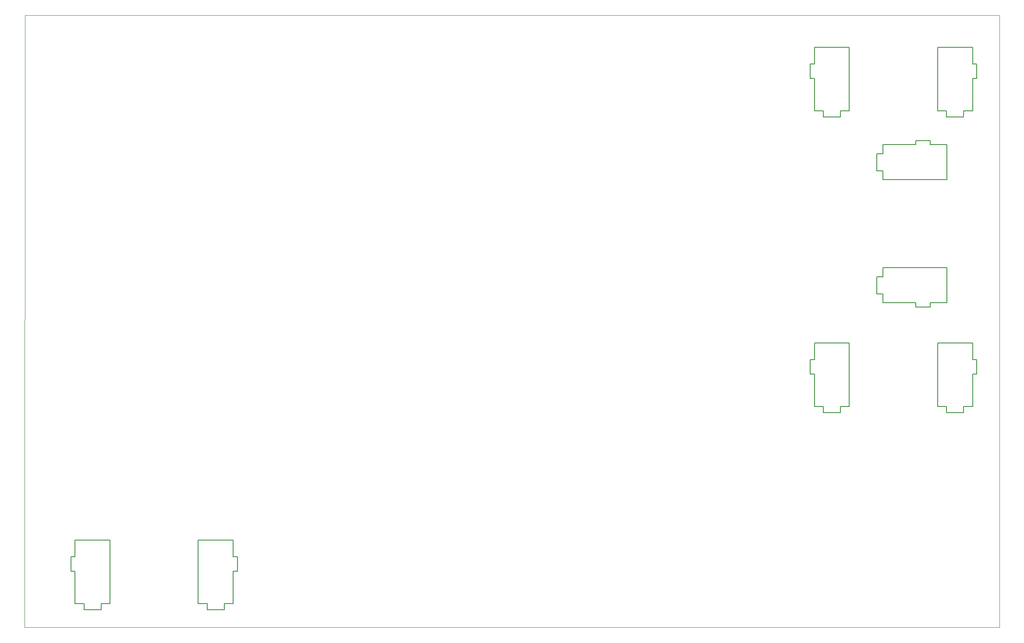
<source format=gm1>
%TF.GenerationSoftware,KiCad,Pcbnew,5.1.5+dfsg1-2build2*%
%TF.CreationDate,2021-08-29T12:06:32+02:00*%
%TF.ProjectId,BFK9kv2-right,42464b39-6b76-4322-9d72-696768742e6b,rev?*%
%TF.SameCoordinates,Original*%
%TF.FileFunction,Profile,NP*%
%FSLAX46Y46*%
G04 Gerber Fmt 4.6, Leading zero omitted, Abs format (unit mm)*
G04 Created by KiCad (PCBNEW 5.1.5+dfsg1-2build2) date 2021-08-29 12:06:32*
%MOMM*%
%LPD*%
G04 APERTURE LIST*
%ADD10C,0.200000*%
%ADD11C,0.120000*%
G04 APERTURE END LIST*
D10*
X198167400Y-123226100D02*
X198167400Y-124426200D01*
X221967400Y-123226100D02*
X221967400Y-124426200D01*
X196443400Y-114155800D02*
X195619400Y-114155800D01*
X220243400Y-123226100D02*
X221967400Y-123226100D01*
X203193400Y-118755700D02*
X203193400Y-110925400D01*
X227818400Y-57005600D02*
X226994400Y-57005600D01*
X220243400Y-61605600D02*
X220243400Y-66075600D01*
X196443400Y-57005600D02*
X195619400Y-57005600D01*
X220245940Y-110924340D02*
X220243400Y-123226100D01*
X221967400Y-124426200D02*
X225269400Y-124426200D01*
X196443400Y-123226100D02*
X198167400Y-123226100D01*
X227818400Y-59805600D02*
X227818400Y-57005600D01*
X53568301Y-149025600D02*
X53568301Y-152255700D01*
X60319301Y-149025600D02*
X53568301Y-149025600D01*
X195619400Y-116955799D02*
X196443400Y-116955799D01*
X60325000Y-152234900D02*
X60319301Y-149025600D01*
X60319301Y-156855599D02*
X60325000Y-152234900D01*
X58592701Y-162526199D02*
X58592701Y-161324599D01*
X52742901Y-152255700D02*
X52742901Y-155054500D01*
X196443400Y-110925400D02*
X196443400Y-114155800D01*
X226994400Y-123226100D02*
X226994400Y-116955799D01*
X220243400Y-53775600D02*
X220243400Y-57005600D01*
X53568301Y-155054500D02*
X53568301Y-161324599D01*
X203193400Y-110925400D02*
X196443400Y-110925400D01*
X55292301Y-161324599D02*
X55292301Y-162526199D01*
X77368400Y-152252680D02*
X77368401Y-156855599D01*
X58592701Y-161324599D02*
X60319301Y-161324599D01*
X55292301Y-162526199D02*
X58592701Y-162526199D01*
X60319301Y-161324599D02*
X60319301Y-156855599D01*
X79093801Y-161324599D02*
X79093801Y-162526199D01*
X53568301Y-161324599D02*
X55292301Y-161324599D01*
X52742901Y-155054500D02*
X53568301Y-155054500D01*
X53568301Y-152255700D02*
X52742901Y-152255700D01*
X79093801Y-162526199D02*
X82392601Y-162526199D01*
X227818400Y-116955799D02*
X227818400Y-114155800D01*
X84118101Y-149025600D02*
X77368401Y-149025600D01*
X201467400Y-66075600D02*
X203193400Y-66075600D01*
X203193400Y-123226100D02*
X203193400Y-118755700D01*
X84118101Y-161324599D02*
X84118101Y-155054500D01*
X201467400Y-67276600D02*
X201467400Y-66075600D01*
X203193400Y-53775600D02*
X196443400Y-53775600D01*
X84943601Y-155054500D02*
X84943601Y-152255700D01*
X82392601Y-162526199D02*
X82392601Y-161324599D01*
X77368401Y-161324599D02*
X79093801Y-161324599D01*
X82392601Y-161324599D02*
X84118101Y-161324599D01*
X77368401Y-149025600D02*
X77368401Y-152255700D01*
X84118101Y-155054500D02*
X84943601Y-155054500D01*
X209711400Y-79356100D02*
X222011400Y-79356100D01*
X84943601Y-152255700D02*
X84118101Y-152255700D01*
X84118101Y-152255700D02*
X84118101Y-149025600D01*
X77368401Y-156855599D02*
X77368401Y-161324599D01*
X209711400Y-77630601D02*
X209711400Y-79356100D01*
X195619400Y-59805600D02*
X196443400Y-59805600D01*
X196443400Y-53775600D02*
X196443400Y-57005600D01*
X208510400Y-74331600D02*
X208510400Y-77630601D01*
X208510400Y-77630601D02*
X209711400Y-77630601D01*
X203192380Y-61605160D02*
X203193910Y-57005600D01*
X198167400Y-66075600D02*
X198167400Y-67276600D01*
X226994400Y-53775600D02*
X220243400Y-53775600D01*
X226994400Y-59805600D02*
X227818400Y-59805600D01*
X215981400Y-71780600D02*
X215981400Y-72606601D01*
X220243400Y-57005600D02*
X220245940Y-61607700D01*
X203193400Y-66075600D02*
X203192380Y-61605160D01*
X226994400Y-110925400D02*
X220243400Y-110925400D01*
X215981400Y-72606601D02*
X209711400Y-72606601D01*
X226994400Y-116955799D02*
X227818400Y-116955799D01*
X220243400Y-66075600D02*
X221967400Y-66075600D01*
X208510400Y-101430800D02*
X209711400Y-101430800D01*
X218781400Y-96406500D02*
X209711400Y-96406500D01*
X215981400Y-103156201D02*
X215981400Y-103981701D01*
X201467400Y-123226100D02*
X203193400Y-123226100D01*
X218781400Y-72606601D02*
X218781400Y-71780600D01*
X215981400Y-103981701D02*
X218781400Y-103981701D01*
X226994400Y-114155800D02*
X226994400Y-110925400D01*
X196443400Y-59805600D02*
X196443400Y-66075600D01*
X209711400Y-103156201D02*
X215981400Y-103156201D01*
X222011400Y-96406500D02*
X218781400Y-96406500D01*
X196443400Y-116955799D02*
X196443400Y-123226100D01*
X209711400Y-101430800D02*
X209711400Y-103156201D01*
X227818400Y-114155800D02*
X226994400Y-114155800D01*
X209711400Y-72606601D02*
X209711400Y-74331600D01*
X208510400Y-98130500D02*
X208510400Y-101430800D01*
X222011400Y-103156201D02*
X222011400Y-96406500D01*
X196443400Y-66075600D02*
X198167400Y-66075600D01*
X201467400Y-124426200D02*
X201467400Y-123226100D01*
X209711400Y-96406500D02*
X209711400Y-98130500D01*
X225269400Y-123226100D02*
X226994400Y-123226100D01*
X225269400Y-124426200D02*
X225269400Y-123226100D01*
X198167400Y-67276600D02*
X201467400Y-67276600D01*
X222011400Y-79356100D02*
X222011400Y-72606601D01*
X221967400Y-67276600D02*
X225269400Y-67276600D01*
X225269400Y-67276600D02*
X225269400Y-66075600D01*
X209711400Y-98130500D02*
X208510400Y-98130500D01*
X225269400Y-66075600D02*
X226994400Y-66075600D01*
X226994400Y-66075600D02*
X226994400Y-59805600D01*
X226994400Y-57005600D02*
X226994400Y-53775600D01*
X218781400Y-71780600D02*
X215981400Y-71780600D01*
X218781400Y-103156201D02*
X222011400Y-103156201D01*
X195619400Y-57005600D02*
X195619400Y-59805600D01*
X221967400Y-66075600D02*
X221967400Y-67276600D01*
X198167400Y-124426200D02*
X201467400Y-124426200D01*
X222011400Y-72606601D02*
X218781400Y-72606601D01*
X203193400Y-57005600D02*
X203193400Y-53775600D01*
X218781400Y-103981701D02*
X218781400Y-103156201D01*
X209711400Y-74331600D02*
X208510400Y-74331600D01*
X195619400Y-114155800D02*
X195619400Y-116955799D01*
D11*
X232156000Y-127000000D02*
X232156000Y-47625000D01*
X232156000Y-127000000D02*
X232156000Y-165862000D01*
X232156000Y-47625000D02*
X43865800Y-47625000D01*
X43840400Y-165912800D02*
X43865800Y-47625000D01*
X232156000Y-165862000D02*
X43840400Y-165912800D01*
M02*

</source>
